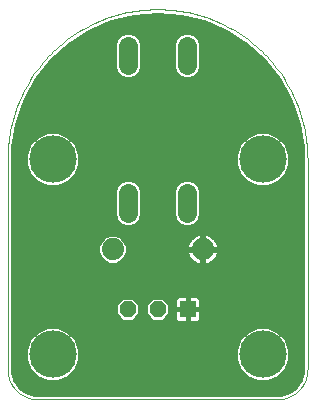
<source format=gtl>
G75*
%MOIN*%
%OFA0B0*%
%FSLAX25Y25*%
%IPPOS*%
%LPD*%
%AMOC8*
5,1,8,0,0,1.08239X$1,22.5*
%
%ADD10OC8,0.05600*%
%ADD11R,0.05600X0.05600*%
%ADD12C,0.00000*%
%ADD13C,0.15811*%
%ADD14C,0.07400*%
%ADD15C,0.06496*%
%ADD16C,0.01600*%
D10*
X0046800Y0054006D03*
X0056800Y0054006D03*
D11*
X0066800Y0054006D03*
D12*
X0096800Y0024006D02*
X0016800Y0024006D01*
X0016558Y0024009D01*
X0016317Y0024018D01*
X0016076Y0024032D01*
X0015835Y0024053D01*
X0015595Y0024079D01*
X0015355Y0024111D01*
X0015116Y0024149D01*
X0014879Y0024192D01*
X0014642Y0024242D01*
X0014407Y0024297D01*
X0014173Y0024357D01*
X0013941Y0024424D01*
X0013710Y0024495D01*
X0013481Y0024573D01*
X0013254Y0024656D01*
X0013029Y0024744D01*
X0012806Y0024838D01*
X0012586Y0024937D01*
X0012368Y0025042D01*
X0012153Y0025151D01*
X0011940Y0025266D01*
X0011730Y0025386D01*
X0011524Y0025511D01*
X0011320Y0025641D01*
X0011119Y0025776D01*
X0010922Y0025916D01*
X0010728Y0026060D01*
X0010538Y0026209D01*
X0010352Y0026363D01*
X0010169Y0026521D01*
X0009990Y0026683D01*
X0009815Y0026850D01*
X0009644Y0027021D01*
X0009477Y0027196D01*
X0009315Y0027375D01*
X0009157Y0027558D01*
X0009003Y0027744D01*
X0008854Y0027934D01*
X0008710Y0028128D01*
X0008570Y0028325D01*
X0008435Y0028526D01*
X0008305Y0028730D01*
X0008180Y0028936D01*
X0008060Y0029146D01*
X0007945Y0029359D01*
X0007836Y0029574D01*
X0007731Y0029792D01*
X0007632Y0030012D01*
X0007538Y0030235D01*
X0007450Y0030460D01*
X0007367Y0030687D01*
X0007289Y0030916D01*
X0007218Y0031147D01*
X0007151Y0031379D01*
X0007091Y0031613D01*
X0007036Y0031848D01*
X0006986Y0032085D01*
X0006943Y0032322D01*
X0006905Y0032561D01*
X0006873Y0032801D01*
X0006847Y0033041D01*
X0006826Y0033282D01*
X0006812Y0033523D01*
X0006803Y0033764D01*
X0006800Y0034006D01*
X0006800Y0104006D01*
X0006815Y0105224D01*
X0006859Y0106440D01*
X0006933Y0107656D01*
X0007037Y0108869D01*
X0007170Y0110079D01*
X0007333Y0111286D01*
X0007525Y0112488D01*
X0007746Y0113686D01*
X0007996Y0114878D01*
X0008275Y0116063D01*
X0008583Y0117241D01*
X0008920Y0118411D01*
X0009285Y0119573D01*
X0009678Y0120725D01*
X0010099Y0121868D01*
X0010548Y0122999D01*
X0011024Y0124120D01*
X0011528Y0125229D01*
X0012058Y0126325D01*
X0012615Y0127408D01*
X0013198Y0128477D01*
X0013806Y0129531D01*
X0014441Y0130571D01*
X0015100Y0131594D01*
X0015784Y0132602D01*
X0016493Y0133592D01*
X0017225Y0134565D01*
X0017981Y0135519D01*
X0018760Y0136455D01*
X0019561Y0137372D01*
X0020385Y0138269D01*
X0021230Y0139145D01*
X0022096Y0140001D01*
X0022983Y0140836D01*
X0023890Y0141648D01*
X0024816Y0142438D01*
X0025762Y0143206D01*
X0026725Y0143950D01*
X0027707Y0144670D01*
X0028706Y0145367D01*
X0029721Y0146039D01*
X0030753Y0146686D01*
X0031800Y0147307D01*
X0032862Y0147903D01*
X0033938Y0148473D01*
X0035027Y0149017D01*
X0036130Y0149533D01*
X0037245Y0150023D01*
X0038371Y0150486D01*
X0039508Y0150921D01*
X0040656Y0151328D01*
X0041813Y0151707D01*
X0042979Y0152058D01*
X0044153Y0152380D01*
X0045335Y0152674D01*
X0046524Y0152939D01*
X0047718Y0153174D01*
X0048918Y0153381D01*
X0050123Y0153558D01*
X0051331Y0153706D01*
X0052543Y0153824D01*
X0053758Y0153913D01*
X0054974Y0153973D01*
X0056191Y0154002D01*
X0057409Y0154002D01*
X0058626Y0153973D01*
X0059842Y0153913D01*
X0061057Y0153824D01*
X0062269Y0153706D01*
X0063477Y0153558D01*
X0064682Y0153381D01*
X0065882Y0153174D01*
X0067076Y0152939D01*
X0068265Y0152674D01*
X0069447Y0152380D01*
X0070621Y0152058D01*
X0071787Y0151707D01*
X0072944Y0151328D01*
X0074092Y0150921D01*
X0075229Y0150486D01*
X0076355Y0150023D01*
X0077470Y0149533D01*
X0078573Y0149017D01*
X0079662Y0148473D01*
X0080738Y0147903D01*
X0081800Y0147307D01*
X0082847Y0146686D01*
X0083879Y0146039D01*
X0084894Y0145367D01*
X0085893Y0144670D01*
X0086875Y0143950D01*
X0087838Y0143206D01*
X0088784Y0142438D01*
X0089710Y0141648D01*
X0090617Y0140836D01*
X0091504Y0140001D01*
X0092370Y0139145D01*
X0093215Y0138269D01*
X0094039Y0137372D01*
X0094840Y0136455D01*
X0095619Y0135519D01*
X0096375Y0134565D01*
X0097107Y0133592D01*
X0097816Y0132602D01*
X0098500Y0131594D01*
X0099159Y0130571D01*
X0099794Y0129531D01*
X0100402Y0128477D01*
X0100985Y0127408D01*
X0101542Y0126325D01*
X0102072Y0125229D01*
X0102576Y0124120D01*
X0103052Y0122999D01*
X0103501Y0121868D01*
X0103922Y0120725D01*
X0104315Y0119573D01*
X0104680Y0118411D01*
X0105017Y0117241D01*
X0105325Y0116063D01*
X0105604Y0114878D01*
X0105854Y0113686D01*
X0106075Y0112488D01*
X0106267Y0111286D01*
X0106430Y0110079D01*
X0106563Y0108869D01*
X0106667Y0107656D01*
X0106741Y0106440D01*
X0106785Y0105224D01*
X0106800Y0104006D01*
X0106800Y0034006D01*
X0106797Y0033764D01*
X0106788Y0033523D01*
X0106774Y0033282D01*
X0106753Y0033041D01*
X0106727Y0032801D01*
X0106695Y0032561D01*
X0106657Y0032322D01*
X0106614Y0032085D01*
X0106564Y0031848D01*
X0106509Y0031613D01*
X0106449Y0031379D01*
X0106382Y0031147D01*
X0106311Y0030916D01*
X0106233Y0030687D01*
X0106150Y0030460D01*
X0106062Y0030235D01*
X0105968Y0030012D01*
X0105869Y0029792D01*
X0105764Y0029574D01*
X0105655Y0029359D01*
X0105540Y0029146D01*
X0105420Y0028936D01*
X0105295Y0028730D01*
X0105165Y0028526D01*
X0105030Y0028325D01*
X0104890Y0028128D01*
X0104746Y0027934D01*
X0104597Y0027744D01*
X0104443Y0027558D01*
X0104285Y0027375D01*
X0104123Y0027196D01*
X0103956Y0027021D01*
X0103785Y0026850D01*
X0103610Y0026683D01*
X0103431Y0026521D01*
X0103248Y0026363D01*
X0103062Y0026209D01*
X0102872Y0026060D01*
X0102678Y0025916D01*
X0102481Y0025776D01*
X0102280Y0025641D01*
X0102076Y0025511D01*
X0101870Y0025386D01*
X0101660Y0025266D01*
X0101447Y0025151D01*
X0101232Y0025042D01*
X0101014Y0024937D01*
X0100794Y0024838D01*
X0100571Y0024744D01*
X0100346Y0024656D01*
X0100119Y0024573D01*
X0099890Y0024495D01*
X0099659Y0024424D01*
X0099427Y0024357D01*
X0099193Y0024297D01*
X0098958Y0024242D01*
X0098721Y0024192D01*
X0098484Y0024149D01*
X0098245Y0024111D01*
X0098005Y0024079D01*
X0097765Y0024053D01*
X0097524Y0024032D01*
X0097283Y0024018D01*
X0097042Y0024009D01*
X0096800Y0024006D01*
D13*
X0091800Y0039006D03*
X0091800Y0104006D03*
X0021800Y0104006D03*
X0021800Y0039006D03*
D14*
X0041800Y0074006D03*
X0071800Y0074006D03*
D15*
X0066643Y0086152D02*
X0066643Y0092648D01*
X0046957Y0092648D02*
X0046957Y0086152D01*
X0046957Y0135364D02*
X0046957Y0141860D01*
X0066643Y0141860D02*
X0066643Y0135364D01*
D16*
X0068509Y0131106D02*
X0096578Y0131106D01*
X0097151Y0130369D02*
X0100940Y0123368D01*
X0103525Y0115838D01*
X0104835Y0107986D01*
X0105000Y0104006D01*
X0105000Y0034006D01*
X0104899Y0032723D01*
X0104106Y0030283D01*
X0102598Y0028208D01*
X0100523Y0026700D01*
X0098083Y0025907D01*
X0096800Y0025806D01*
X0016800Y0025806D01*
X0015517Y0025907D01*
X0013077Y0026700D01*
X0011002Y0028208D01*
X0009494Y0030283D01*
X0008701Y0032723D01*
X0008600Y0034006D01*
X0008600Y0104006D01*
X0008765Y0107986D01*
X0010075Y0115838D01*
X0012660Y0123368D01*
X0016449Y0130369D01*
X0021338Y0136651D01*
X0027195Y0142042D01*
X0033859Y0146397D01*
X0041149Y0149594D01*
X0048867Y0151549D01*
X0056800Y0152206D01*
X0064733Y0151549D01*
X0072451Y0149594D01*
X0079741Y0146397D01*
X0086405Y0142042D01*
X0092262Y0136651D01*
X0097151Y0130369D01*
X0097617Y0129508D02*
X0015983Y0129508D01*
X0015117Y0127909D02*
X0098483Y0127909D01*
X0099348Y0126311D02*
X0014252Y0126311D01*
X0013387Y0124712D02*
X0100213Y0124712D01*
X0101027Y0123114D02*
X0012573Y0123114D01*
X0012024Y0121515D02*
X0101576Y0121515D01*
X0102125Y0119917D02*
X0011475Y0119917D01*
X0010926Y0118318D02*
X0102674Y0118318D01*
X0103223Y0116720D02*
X0010377Y0116720D01*
X0009955Y0115121D02*
X0103645Y0115121D01*
X0103912Y0113523D02*
X0009688Y0113523D01*
X0009422Y0111924D02*
X0016600Y0111924D01*
X0016529Y0111895D02*
X0013911Y0109277D01*
X0012494Y0105857D01*
X0012494Y0102155D01*
X0013911Y0098735D01*
X0016529Y0096117D01*
X0019949Y0094700D01*
X0023651Y0094700D01*
X0027071Y0096117D01*
X0029689Y0098735D01*
X0031105Y0102155D01*
X0031105Y0105857D01*
X0029689Y0109277D01*
X0027071Y0111895D01*
X0023651Y0113311D01*
X0019949Y0113311D01*
X0016529Y0111895D01*
X0014960Y0110326D02*
X0009155Y0110326D01*
X0008888Y0108727D02*
X0013683Y0108727D01*
X0013021Y0107128D02*
X0008729Y0107128D01*
X0008663Y0105530D02*
X0012494Y0105530D01*
X0012494Y0103931D02*
X0008600Y0103931D01*
X0008600Y0102333D02*
X0012494Y0102333D01*
X0013083Y0100734D02*
X0008600Y0100734D01*
X0008600Y0099136D02*
X0013745Y0099136D01*
X0015109Y0097537D02*
X0008600Y0097537D01*
X0008600Y0095939D02*
X0016959Y0095939D01*
X0008600Y0094340D02*
X0042628Y0094340D01*
X0042309Y0093572D02*
X0043017Y0095281D01*
X0044325Y0096588D01*
X0046033Y0097296D01*
X0047882Y0097296D01*
X0049590Y0096588D01*
X0050898Y0095281D01*
X0051605Y0093572D01*
X0051605Y0085227D01*
X0050898Y0083519D01*
X0049590Y0082211D01*
X0047882Y0081504D01*
X0046033Y0081504D01*
X0044325Y0082211D01*
X0043017Y0083519D01*
X0042309Y0085227D01*
X0042309Y0093572D01*
X0042309Y0092742D02*
X0008600Y0092742D01*
X0008600Y0091143D02*
X0042309Y0091143D01*
X0042309Y0089545D02*
X0008600Y0089545D01*
X0008600Y0087946D02*
X0042309Y0087946D01*
X0042309Y0086348D02*
X0008600Y0086348D01*
X0008600Y0084749D02*
X0042507Y0084749D01*
X0043385Y0083151D02*
X0008600Y0083151D01*
X0008600Y0081552D02*
X0045915Y0081552D01*
X0048000Y0081552D02*
X0065600Y0081552D01*
X0065718Y0081504D02*
X0067567Y0081504D01*
X0069275Y0082211D01*
X0070583Y0083519D01*
X0071291Y0085227D01*
X0071291Y0093572D01*
X0070583Y0095281D01*
X0069275Y0096588D01*
X0067567Y0097296D01*
X0065718Y0097296D01*
X0064010Y0096588D01*
X0062702Y0095281D01*
X0061994Y0093572D01*
X0061994Y0085227D01*
X0062702Y0083519D01*
X0064010Y0082211D01*
X0065718Y0081504D01*
X0067685Y0081552D02*
X0105000Y0081552D01*
X0105000Y0079954D02*
X0008600Y0079954D01*
X0008600Y0078355D02*
X0038973Y0078355D01*
X0038911Y0078329D02*
X0037476Y0076895D01*
X0036700Y0075020D01*
X0036700Y0072991D01*
X0037476Y0071117D01*
X0038911Y0069682D01*
X0040786Y0068906D01*
X0042814Y0068906D01*
X0044689Y0069682D01*
X0046124Y0071117D01*
X0046900Y0072991D01*
X0046900Y0075020D01*
X0046124Y0076895D01*
X0044689Y0078329D01*
X0042814Y0079106D01*
X0040786Y0079106D01*
X0038911Y0078329D01*
X0037419Y0076757D02*
X0008600Y0076757D01*
X0008600Y0075158D02*
X0036757Y0075158D01*
X0036700Y0073560D02*
X0008600Y0073560D01*
X0008600Y0071961D02*
X0037127Y0071961D01*
X0038231Y0070363D02*
X0008600Y0070363D01*
X0008600Y0068764D02*
X0070134Y0068764D01*
X0070512Y0068641D02*
X0069689Y0068909D01*
X0068917Y0069302D01*
X0068217Y0069811D01*
X0067605Y0070423D01*
X0067096Y0071123D01*
X0066703Y0071895D01*
X0066435Y0072718D01*
X0066300Y0073573D01*
X0066300Y0073920D01*
X0071714Y0073920D01*
X0071714Y0074092D01*
X0071714Y0079506D01*
X0071367Y0079506D01*
X0070512Y0079370D01*
X0069689Y0079103D01*
X0068917Y0078710D01*
X0068217Y0078201D01*
X0067605Y0077589D01*
X0067096Y0076889D01*
X0066703Y0076117D01*
X0066435Y0075294D01*
X0066300Y0074439D01*
X0066300Y0074092D01*
X0071714Y0074092D01*
X0071886Y0074092D01*
X0071886Y0079506D01*
X0072233Y0079506D01*
X0073088Y0079370D01*
X0073911Y0079103D01*
X0074683Y0078710D01*
X0075383Y0078201D01*
X0075995Y0077589D01*
X0076504Y0076889D01*
X0076897Y0076117D01*
X0077165Y0075294D01*
X0077300Y0074439D01*
X0077300Y0074092D01*
X0071886Y0074092D01*
X0071886Y0073920D01*
X0077300Y0073920D01*
X0077300Y0073573D01*
X0077165Y0072718D01*
X0076897Y0071895D01*
X0076504Y0071123D01*
X0075995Y0070423D01*
X0075383Y0069811D01*
X0074683Y0069302D01*
X0073911Y0068909D01*
X0073088Y0068641D01*
X0072233Y0068506D01*
X0071886Y0068506D01*
X0071886Y0073920D01*
X0071714Y0073920D01*
X0071714Y0068506D01*
X0071367Y0068506D01*
X0070512Y0068641D01*
X0071714Y0068764D02*
X0071886Y0068764D01*
X0073466Y0068764D02*
X0105000Y0068764D01*
X0105000Y0067166D02*
X0008600Y0067166D01*
X0008600Y0065567D02*
X0105000Y0065567D01*
X0105000Y0063969D02*
X0008600Y0063969D01*
X0008600Y0062370D02*
X0105000Y0062370D01*
X0105000Y0060772D02*
X0008600Y0060772D01*
X0008600Y0059173D02*
X0105000Y0059173D01*
X0105000Y0057575D02*
X0071235Y0057575D01*
X0071277Y0057501D02*
X0071040Y0057911D01*
X0070705Y0058246D01*
X0070295Y0058483D01*
X0069837Y0058606D01*
X0066800Y0058606D01*
X0066800Y0054006D01*
X0066800Y0054006D01*
X0066800Y0058606D01*
X0063763Y0058606D01*
X0063305Y0058483D01*
X0062895Y0058246D01*
X0062560Y0057911D01*
X0062323Y0057501D01*
X0062200Y0057043D01*
X0062200Y0054006D01*
X0066800Y0054006D01*
X0071400Y0054006D01*
X0071400Y0057043D01*
X0071277Y0057501D01*
X0071400Y0055976D02*
X0105000Y0055976D01*
X0105000Y0054378D02*
X0071400Y0054378D01*
X0071400Y0054006D02*
X0066800Y0054006D01*
X0066800Y0054006D01*
X0066800Y0054006D01*
X0062200Y0054006D01*
X0062200Y0050969D01*
X0062323Y0050511D01*
X0062560Y0050101D01*
X0062895Y0049766D01*
X0063305Y0049529D01*
X0063763Y0049406D01*
X0066800Y0049406D01*
X0069837Y0049406D01*
X0070295Y0049529D01*
X0070705Y0049766D01*
X0071040Y0050101D01*
X0071277Y0050511D01*
X0071400Y0050969D01*
X0071400Y0054006D01*
X0071400Y0052779D02*
X0105000Y0052779D01*
X0105000Y0051181D02*
X0071400Y0051181D01*
X0070387Y0049582D02*
X0105000Y0049582D01*
X0105000Y0047984D02*
X0094442Y0047984D01*
X0093651Y0048311D02*
X0089949Y0048311D01*
X0086529Y0046895D01*
X0083911Y0044277D01*
X0082494Y0040857D01*
X0082494Y0037155D01*
X0083911Y0033735D01*
X0086529Y0031117D01*
X0089949Y0029700D01*
X0093651Y0029700D01*
X0097071Y0031117D01*
X0099689Y0033735D01*
X0101105Y0037155D01*
X0101105Y0040857D01*
X0099689Y0044277D01*
X0097071Y0046895D01*
X0093651Y0048311D01*
X0097581Y0046385D02*
X0105000Y0046385D01*
X0105000Y0044787D02*
X0099179Y0044787D01*
X0100140Y0043188D02*
X0105000Y0043188D01*
X0105000Y0041590D02*
X0100802Y0041590D01*
X0101105Y0039991D02*
X0105000Y0039991D01*
X0105000Y0038393D02*
X0101105Y0038393D01*
X0100956Y0036794D02*
X0105000Y0036794D01*
X0105000Y0035195D02*
X0100294Y0035195D01*
X0099551Y0033597D02*
X0104968Y0033597D01*
X0104664Y0031998D02*
X0097953Y0031998D01*
X0095340Y0030400D02*
X0104144Y0030400D01*
X0103030Y0028801D02*
X0010570Y0028801D01*
X0009456Y0030400D02*
X0018260Y0030400D01*
X0019949Y0029700D02*
X0023651Y0029700D01*
X0027071Y0031117D01*
X0029689Y0033735D01*
X0031105Y0037155D01*
X0031105Y0040857D01*
X0029689Y0044277D01*
X0027071Y0046895D01*
X0023651Y0048311D01*
X0019949Y0048311D01*
X0016529Y0046895D01*
X0013911Y0044277D01*
X0012494Y0040857D01*
X0012494Y0037155D01*
X0013911Y0033735D01*
X0016529Y0031117D01*
X0019949Y0029700D01*
X0015647Y0031998D02*
X0008936Y0031998D01*
X0008632Y0033597D02*
X0014049Y0033597D01*
X0013306Y0035195D02*
X0008600Y0035195D01*
X0008600Y0036794D02*
X0012644Y0036794D01*
X0012494Y0038393D02*
X0008600Y0038393D01*
X0008600Y0039991D02*
X0012494Y0039991D01*
X0012798Y0041590D02*
X0008600Y0041590D01*
X0008600Y0043188D02*
X0013460Y0043188D01*
X0014421Y0044787D02*
X0008600Y0044787D01*
X0008600Y0046385D02*
X0016019Y0046385D01*
X0019158Y0047984D02*
X0008600Y0047984D01*
X0008600Y0049582D02*
X0063213Y0049582D01*
X0062200Y0051181D02*
X0059914Y0051181D01*
X0061000Y0052266D02*
X0058540Y0049806D01*
X0055060Y0049806D01*
X0052600Y0052266D01*
X0052600Y0055746D01*
X0055060Y0058206D01*
X0058540Y0058206D01*
X0061000Y0055746D01*
X0061000Y0052266D01*
X0061000Y0052779D02*
X0062200Y0052779D01*
X0062200Y0054378D02*
X0061000Y0054378D01*
X0060769Y0055976D02*
X0062200Y0055976D01*
X0062365Y0057575D02*
X0059171Y0057575D01*
X0054429Y0057575D02*
X0049171Y0057575D01*
X0048540Y0058206D02*
X0045060Y0058206D01*
X0042600Y0055746D01*
X0042600Y0052266D01*
X0045060Y0049806D01*
X0048540Y0049806D01*
X0051000Y0052266D01*
X0051000Y0055746D01*
X0048540Y0058206D01*
X0050769Y0055976D02*
X0052831Y0055976D01*
X0052600Y0054378D02*
X0051000Y0054378D01*
X0051000Y0052779D02*
X0052600Y0052779D01*
X0053686Y0051181D02*
X0049914Y0051181D01*
X0044429Y0057575D02*
X0008600Y0057575D01*
X0008600Y0055976D02*
X0042831Y0055976D01*
X0042600Y0054378D02*
X0008600Y0054378D01*
X0008600Y0052779D02*
X0042600Y0052779D01*
X0043686Y0051181D02*
X0008600Y0051181D01*
X0024442Y0047984D02*
X0089158Y0047984D01*
X0086019Y0046385D02*
X0027581Y0046385D01*
X0029179Y0044787D02*
X0084421Y0044787D01*
X0083460Y0043188D02*
X0030140Y0043188D01*
X0030802Y0041590D02*
X0082798Y0041590D01*
X0082494Y0039991D02*
X0031105Y0039991D01*
X0031105Y0038393D02*
X0082494Y0038393D01*
X0082644Y0036794D02*
X0030956Y0036794D01*
X0030294Y0035195D02*
X0083306Y0035195D01*
X0084049Y0033597D02*
X0029551Y0033597D01*
X0027953Y0031998D02*
X0085647Y0031998D01*
X0088260Y0030400D02*
X0025340Y0030400D01*
X0012385Y0027203D02*
X0101215Y0027203D01*
X0105000Y0070363D02*
X0075935Y0070363D01*
X0076919Y0071961D02*
X0105000Y0071961D01*
X0105000Y0073560D02*
X0077298Y0073560D01*
X0077186Y0075158D02*
X0105000Y0075158D01*
X0105000Y0076757D02*
X0076571Y0076757D01*
X0075171Y0078355D02*
X0105000Y0078355D01*
X0105000Y0083151D02*
X0070215Y0083151D01*
X0071093Y0084749D02*
X0105000Y0084749D01*
X0105000Y0086348D02*
X0071291Y0086348D01*
X0071291Y0087946D02*
X0105000Y0087946D01*
X0105000Y0089545D02*
X0071291Y0089545D01*
X0071291Y0091143D02*
X0105000Y0091143D01*
X0105000Y0092742D02*
X0071291Y0092742D01*
X0070972Y0094340D02*
X0105000Y0094340D01*
X0105000Y0095939D02*
X0096641Y0095939D01*
X0097071Y0096117D02*
X0099689Y0098735D01*
X0101105Y0102155D01*
X0101105Y0105857D01*
X0099689Y0109277D01*
X0097071Y0111895D01*
X0093651Y0113311D01*
X0089949Y0113311D01*
X0086529Y0111895D01*
X0083911Y0109277D01*
X0082494Y0105857D01*
X0082494Y0102155D01*
X0083911Y0098735D01*
X0086529Y0096117D01*
X0089949Y0094700D01*
X0093651Y0094700D01*
X0097071Y0096117D01*
X0098491Y0097537D02*
X0105000Y0097537D01*
X0105000Y0099136D02*
X0099855Y0099136D01*
X0100517Y0100734D02*
X0105000Y0100734D01*
X0105000Y0102333D02*
X0101105Y0102333D01*
X0101105Y0103931D02*
X0105000Y0103931D01*
X0104937Y0105530D02*
X0101105Y0105530D01*
X0100579Y0107128D02*
X0104871Y0107128D01*
X0104712Y0108727D02*
X0099917Y0108727D01*
X0098640Y0110326D02*
X0104445Y0110326D01*
X0104178Y0111924D02*
X0097000Y0111924D01*
X0086600Y0111924D02*
X0027000Y0111924D01*
X0028640Y0110326D02*
X0084960Y0110326D01*
X0083683Y0108727D02*
X0029917Y0108727D01*
X0030579Y0107128D02*
X0083021Y0107128D01*
X0082494Y0105530D02*
X0031105Y0105530D01*
X0031105Y0103931D02*
X0082494Y0103931D01*
X0082494Y0102333D02*
X0031105Y0102333D01*
X0030517Y0100734D02*
X0083083Y0100734D01*
X0083745Y0099136D02*
X0029855Y0099136D01*
X0028491Y0097537D02*
X0085109Y0097537D01*
X0086959Y0095939D02*
X0069925Y0095939D01*
X0063360Y0095939D02*
X0050239Y0095939D01*
X0051287Y0094340D02*
X0062313Y0094340D01*
X0061994Y0092742D02*
X0051605Y0092742D01*
X0051605Y0091143D02*
X0061994Y0091143D01*
X0061994Y0089545D02*
X0051605Y0089545D01*
X0051605Y0087946D02*
X0061994Y0087946D01*
X0061994Y0086348D02*
X0051605Y0086348D01*
X0051408Y0084749D02*
X0062192Y0084749D01*
X0063070Y0083151D02*
X0050530Y0083151D01*
X0046181Y0076757D02*
X0067029Y0076757D01*
X0066414Y0075158D02*
X0046843Y0075158D01*
X0046900Y0073560D02*
X0066302Y0073560D01*
X0066681Y0071961D02*
X0046473Y0071961D01*
X0045369Y0070363D02*
X0067665Y0070363D01*
X0071714Y0070363D02*
X0071886Y0070363D01*
X0071886Y0071961D02*
X0071714Y0071961D01*
X0071714Y0073560D02*
X0071886Y0073560D01*
X0071886Y0075158D02*
X0071714Y0075158D01*
X0071714Y0076757D02*
X0071886Y0076757D01*
X0071886Y0078355D02*
X0071714Y0078355D01*
X0068429Y0078355D02*
X0044627Y0078355D01*
X0043675Y0095939D02*
X0026641Y0095939D01*
X0017022Y0131106D02*
X0045091Y0131106D01*
X0044325Y0131424D02*
X0046033Y0130716D01*
X0047882Y0130716D01*
X0049590Y0131424D01*
X0050898Y0132731D01*
X0051605Y0134440D01*
X0051605Y0142785D01*
X0050898Y0144493D01*
X0049590Y0145801D01*
X0047882Y0146508D01*
X0046033Y0146508D01*
X0044325Y0145801D01*
X0043017Y0144493D01*
X0042309Y0142785D01*
X0042309Y0134440D01*
X0043017Y0132731D01*
X0044325Y0131424D01*
X0043044Y0132705D02*
X0018267Y0132705D01*
X0019511Y0134303D02*
X0042366Y0134303D01*
X0042309Y0135902D02*
X0020755Y0135902D01*
X0022261Y0137500D02*
X0042309Y0137500D01*
X0042309Y0139099D02*
X0023997Y0139099D01*
X0025734Y0140697D02*
X0042309Y0140697D01*
X0042309Y0142296D02*
X0027583Y0142296D01*
X0030029Y0143894D02*
X0042769Y0143894D01*
X0044017Y0145493D02*
X0032476Y0145493D01*
X0035443Y0147091D02*
X0078157Y0147091D01*
X0081124Y0145493D02*
X0069583Y0145493D01*
X0069275Y0145801D02*
X0070583Y0144493D01*
X0071291Y0142785D01*
X0071291Y0134440D01*
X0070583Y0132731D01*
X0069275Y0131424D01*
X0067567Y0130716D01*
X0065718Y0130716D01*
X0064010Y0131424D01*
X0062702Y0132731D01*
X0061994Y0134440D01*
X0061994Y0142785D01*
X0062702Y0144493D01*
X0064010Y0145801D01*
X0065718Y0146508D01*
X0067567Y0146508D01*
X0069275Y0145801D01*
X0070831Y0143894D02*
X0083571Y0143894D01*
X0086017Y0142296D02*
X0071291Y0142296D01*
X0071291Y0140697D02*
X0087866Y0140697D01*
X0086405Y0142042D02*
X0086405Y0142042D01*
X0089603Y0139099D02*
X0071291Y0139099D01*
X0071291Y0137500D02*
X0091339Y0137500D01*
X0092845Y0135902D02*
X0071291Y0135902D01*
X0071234Y0134303D02*
X0094089Y0134303D01*
X0095333Y0132705D02*
X0070556Y0132705D01*
X0064776Y0131106D02*
X0048824Y0131106D01*
X0050871Y0132705D02*
X0062729Y0132705D01*
X0062051Y0134303D02*
X0051549Y0134303D01*
X0051605Y0135902D02*
X0061994Y0135902D01*
X0061994Y0137500D02*
X0051605Y0137500D01*
X0051605Y0139099D02*
X0061994Y0139099D01*
X0061994Y0140697D02*
X0051605Y0140697D01*
X0051605Y0142296D02*
X0061994Y0142296D01*
X0062454Y0143894D02*
X0051146Y0143894D01*
X0049898Y0145493D02*
X0063702Y0145493D01*
X0060651Y0151887D02*
X0052949Y0151887D01*
X0043890Y0150288D02*
X0069710Y0150288D01*
X0074513Y0148690D02*
X0039087Y0148690D01*
X0066800Y0057575D02*
X0066800Y0057575D01*
X0066800Y0055976D02*
X0066800Y0055976D01*
X0066800Y0054378D02*
X0066800Y0054378D01*
X0066800Y0054006D02*
X0066800Y0049406D01*
X0066800Y0054006D01*
X0066800Y0054006D01*
X0066800Y0052779D02*
X0066800Y0052779D01*
X0066800Y0051181D02*
X0066800Y0051181D01*
X0066800Y0049582D02*
X0066800Y0049582D01*
M02*

</source>
